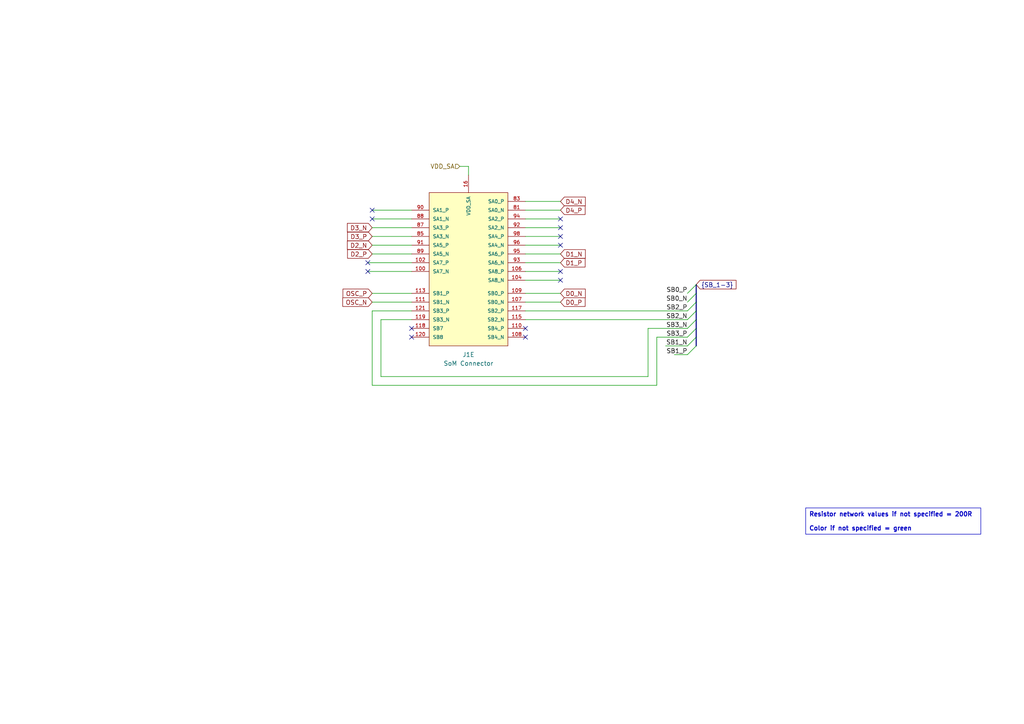
<source format=kicad_sch>
(kicad_sch (version 20250114) (generator "eeschema") (generator_version "9.0")
  (paper "A4")
  (title_block (title "SoM Programmer & Tester") (date "2024-12-20") (rev "0.1") (company "Technische Hochschule Köln") (comment 1 "Felix Sebastian Nitz"))
  (lib_symbols
    (symbol "ccsom_lib:SoM connector" (pin_names (offset 1.016))
      (property "Reference" "J" (at 11.176 23.368 0))
      (property "Value" "SoM Connector" (at 11.176 21.336 0))
      (symbol "SoM connector_1_0"
        (rectangle (start -11.43 17.78) (end 11.43 -7.62) (stroke (width 0.1524)) (fill (type background)))
        (pin passive line (at -16.51 13.97 0) (length 5.08) (name "JTAG_TCK") (number "21"))
        (pin passive line (at -16.51 11.43 0) (length 5.08) (name "JTAG_TMS") (number "23"))
        (pin passive line (at -16.51 8.89 0) (length 5.08) (name "JTAG_TDI") (number "25"))
        (pin passive line (at -16.51 6.35 0) (length 5.08) (name "JTAG_TDO") (number "27"))
        (pin passive line (at -16.51 2.54 0) (length 5.08) (name "MD3") (number "33"))
        (pin passive line (at -16.51 0 0) (length 5.08) (name "MD2") (number "35"))
        (pin passive line (at -16.51 -2.54 0) (length 5.08) (name "MD1") (number "37"))
        (pin passive line (at -16.51 -5.08 0) (length 5.08) (name "MD0") (number "39"))
        (pin power_in line (at 0 22.86 270) (length 5.08) (name "+5V") (number "1"))
        (pin power_in line (at 0 22.86 270) (length 5.08) (hide yes) (name "+5V") (number "4"))
        (pin passive line (at 0 -12.7 90) (length 5.08) (hide yes) (name "GND") (number "10"))
        (pin passive line (at 0 -12.7 90) (length 5.08) (hide yes) (name "GND") (number "101"))
        (pin passive line (at 0 -12.7 90) (length 5.08) (hide yes) (name "GND") (number "105"))
        (pin passive line (at 0 -12.7 90) (length 5.08) (hide yes) (name "GND") (number "11"))
        (pin passive line (at 0 -12.7 90) (length 5.08) (hide yes) (name "GND") (number "112"))
        (pin passive line (at 0 -12.7 90) (length 5.08) (hide yes) (name "GND") (number "116"))
        (pin passive line (at 0 -12.7 90) (length 5.08) (hide yes) (name "GND") (number "122"))
        (pin passive line (at 0 -12.7 90) (length 5.08) (hide yes) (name "GND") (number "14"))
        (pin passive line (at 0 -12.7 90) (length 5.08) (hide yes) (name "GND") (number "144"))
        (pin passive line (at 0 -12.7 90) (length 5.08) (hide yes) (name "GND") (number "15"))
        (pin passive line (at 0 -12.7 90) (length 5.08) (hide yes) (name "GND") (number "159"))
        (pin passive line (at 0 -12.7 90) (length 5.08) (hide yes) (name "GND") (number "162"))
        (pin passive line (at 0 -12.7 90) (length 5.08) (hide yes) (name "GND") (number "180"))
        (pin passive line (at 0 -12.7 90) (length 5.08) (hide yes) (name "GND") (number "181"))
        (pin passive line (at 0 -12.7 90) (length 5.08) (hide yes) (name "GND") (number "19"))
        (pin passive line (at 0 -12.7 90) (length 5.08) (hide yes) (name "GND") (number "199"))
        (pin passive line (at 0 -12.7 90) (length 5.08) (name "GND") (number "2"))
        (pin passive line (at 0 -12.7 90) (length 5.08) (hide yes) (name "GND") (number "20"))
        (pin passive line (at 0 -12.7 90) (length 5.08) (hide yes) (name "GND") (number "22"))
        (pin passive line (at 0 -12.7 90) (length 5.08) (hide yes) (name "GND") (number "28"))
        (pin passive line (at 0 -12.7 90) (length 5.08) (hide yes) (name "GND") (number "3"))
        (pin passive line (at 0 -12.7 90) (length 5.08) (hide yes) (name "GND") (number "34"))
        (pin passive line (at 0 -12.7 90) (length 5.08) (hide yes) (name "GND") (number "40"))
        (pin passive line (at 0 -12.7 90) (length 5.08) (hide yes) (name "GND") (number "46"))
        (pin passive line (at 0 -12.7 90) (length 5.08) (hide yes) (name "GND") (number "52"))
        (pin passive line (at 0 -12.7 90) (length 5.08) (hide yes) (name "GND") (number "54"))
        (pin passive line (at 0 -12.7 90) (length 5.08) (hide yes) (name "GND") (number "6"))
        (pin passive line (at 0 -12.7 90) (length 5.08) (hide yes) (name "GND") (number "7"))
        (pin passive line (at 0 -12.7 90) (length 5.08) (hide yes) (name "GND") (number "97"))
        (pin passive line (at 0 -12.7 90) (length 5.08) (hide yes) (name "SHIELD") (number "S1"))
        (pin passive line (at 0 -12.7 90) (length 5.08) (hide yes) (name "SHIELD__1") (number "S2"))
        (pin passive line (at 16.51 13.97 180) (length 5.08) (name "APP_Reset") (number "18"))
        (pin passive line (at 16.51 10.16 180) (length 5.08) (name "CFG_Failed") (number "31"))
        (pin passive line (at 16.51 7.62 180) (length 5.08) (name "CFG_Done") (number "29"))
        (pin passive line (at 16.51 3.81 180) (length 5.08) (name "CLK1") (number "114"))
        (pin passive line (at 16.51 1.27 180) (length 5.08) (name "CLK2") (number "103"))
        (pin passive line (at 16.51 -1.27 180) (length 5.08) (name "CLK3") (number "99"))
      )
      (symbol "SoM connector_2_0"
        (rectangle (start -8.89 19.05) (end 8.89 3.81) (stroke (width 0.1524)) (fill (type background)))
        (pin passive line (at -13.97 15.24 0) (length 5.08) (name "TX_P0") (number "32"))
        (pin passive line (at -13.97 12.7 0) (length 5.08) (name "TX_N0") (number "30"))
        (pin passive line (at -13.97 10.16 0) (length 5.08) (name "RX_P0") (number "26"))
        (pin passive line (at -13.97 7.62 0) (length 5.08) (name "RX_N0") (number "24"))
        (pin passive line (at -1.27 -1.27 90) (length 5.08) (name "CLK_N") (number "38"))
        (pin passive line (at 1.27 -1.27 90) (length 5.08) (name "CLK_P") (number "36"))
        (pin passive line (at 13.97 15.24 180) (length 5.08) (name "RX_P1") (number "44"))
        (pin passive line (at 13.97 12.7 180) (length 5.08) (name "RX_N1") (number "42"))
        (pin passive line (at 13.97 10.16 180) (length 5.08) (name "TX_N1") (number "48"))
        (pin passive line (at 13.97 7.62 180) (length 5.08) (name "TX_P1") (number "50"))
      )
      (symbol "SoM connector_3_0"
        (rectangle (start -11.43 17.78) (end 11.43 -36.83) (stroke (width 0.1524)) (fill (type background)))
        (pin passive line (at -16.51 12.7 0) (length 5.08) (name "NA1_P") (number "195"))
        (pin passive line (at -16.51 10.16 0) (length 5.08) (name "NA1_N") (number "197"))
        (pin passive line (at -16.51 7.62 0) (length 5.08) (name "NA3_P") (number "191"))
        (pin passive line (at -16.51 5.08 0) (length 5.08) (name "NA3_N") (number "193"))
        (pin passive line (at -16.51 2.54 0) (length 5.08) (name "NA5_P") (number "187"))
        (pin passive line (at -16.51 0 0) (length 5.08) (name "NA5_N") (number "189"))
        (pin passive line (at -16.51 -2.54 0) (length 5.08) (name "NA7_P") (number "183"))
        (pin passive line (at -16.51 -5.08 0) (length 5.08) (name "NA7_N") (number "185"))
        (pin passive line (at -16.51 -13.97 0) (length 5.08) (name "NB1_P") (number "178"))
        (pin passive line (at -16.51 -16.51 0) (length 5.08) (name "NB1_N") (number "176"))
        (pin passive line (at -16.51 -19.05 0) (length 5.08) (name "NB3_P") (number "174"))
        (pin passive line (at -16.51 -21.59 0) (length 5.08) (name "NB3_N") (number "172"))
        (pin passive line (at -16.51 -24.13 0) (length 5.08) (name "NB5_P") (number "168"))
        (pin passive line (at -16.51 -26.67 0) (length 5.08) (name "NB5_N") (number "170"))
        (pin passive line (at -16.51 -29.21 0) (length 5.08) (name "NB7_P") (number "163"))
        (pin passive line (at -16.51 -31.75 0) (length 5.08) (name "NB7_N") (number "161"))
        (pin power_in line (at -2.54 22.86 270) (length 5.08) (name "VDD_NA") (number "9"))
        (pin power_in line (at 2.54 22.86 270) (length 5.08) (name "VDD_NB") (number "5"))
        (pin passive line (at 16.51 15.24 180) (length 5.08) (name "NA0_P") (number "198"))
        (pin passive line (at 16.51 12.7 180) (length 5.08) (name "NA0_N") (number "200"))
        (pin passive line (at 16.51 10.16 180) (length 5.08) (name "NA2_P") (number "194"))
        (pin passive line (at 16.51 7.62 180) (length 5.08) (name "NA2_N") (number "196"))
        (pin passive line (at 16.51 5.08 180) (length 5.08) (name "NA4_P") (number "192"))
        (pin passive line (at 16.51 2.54 180) (length 5.08) (name "NA4_N") (number "190"))
        (pin passive line (at 16.51 0 180) (length 5.08) (name "NA6_P") (number "186"))
        (pin passive line (at 16.51 -2.54 180) (length 5.08) (name "NA6_N") (number "188"))
        (pin passive line (at 16.51 -5.08 180) (length 5.08) (name "NA8_P") (number "182"))
        (pin passive line (at 16.51 -7.62 180) (length 5.08) (name "NA8_N") (number "184"))
        (pin passive line (at 16.51 -11.43 180) (length 5.08) (name "NB0_P") (number "179"))
        (pin passive line (at 16.51 -13.97 180) (length 5.08) (name "NB0_N") (number "177"))
        (pin passive line (at 16.51 -16.51 180) (length 5.08) (name "NB2_P") (number "175"))
        (pin passive line (at 16.51 -19.05 180) (length 5.08) (name "NB2_N") (number "173"))
        (pin passive line (at 16.51 -21.59 180) (length 5.08) (name "NB4_P") (number "171"))
        (pin passive line (at 16.51 -24.13 180) (length 5.08) (name "NB4_N") (number "169"))
        (pin passive line (at 16.51 -26.67 180) (length 5.08) (name "NB6_P") (number "167"))
        (pin passive line (at 16.51 -29.21 180) (length 5.08) (name "NB6_N") (number "165"))
        (pin passive line (at 16.51 -31.75 180) (length 5.08) (name "NB8_P") (number "166"))
        (pin passive line (at 16.51 -34.29 180) (length 5.08) (name "NB8_N") (number "164"))
      )
      (symbol "SoM connector_4_0"
        (rectangle (start -11.43 17.78) (end 11.43 -36.83) (stroke (width 0.1524)) (fill (type background)))
        (pin passive line (at -16.51 12.7 0) (length 5.08) (name "EA1_P") (number "124"))
        (pin passive line (at -16.51 10.16 0) (length 5.08) (name "EA1_N") (number "126"))
        (pin passive line (at -16.51 7.62 0) (length 5.08) (name "EA3_P") (number "128"))
        (pin passive line (at -16.51 5.08 0) (length 5.08) (name "EA3_N") (number "130"))
        (pin passive line (at -16.51 2.54 0) (length 5.08) (name "EA5_P") (number "132"))
        (pin passive line (at -16.51 0 0) (length 5.08) (name "EA5_N") (number "134"))
        (pin passive line (at -16.51 -2.54 0) (length 5.08) (name "EA7_P") (number "135"))
        (pin passive line (at -16.51 -5.08 0) (length 5.08) (name "EA7_N") (number "137"))
        (pin passive line (at -16.51 -13.97 0) (length 5.08) (name "EB1_P") (number "146"))
        (pin passive line (at -16.51 -16.51 0) (length 5.08) (name "EB1_N") (number "148"))
        (pin passive line (at -16.51 -19.05 0) (length 5.08) (name "EB3_P") (number "150"))
        (pin passive line (at -16.51 -21.59 0) (length 5.08) (name "EB3_N") (number "152"))
        (pin passive line (at -16.51 -24.13 0) (length 5.08) (name "EB5_P") (number "151"))
        (pin passive line (at -16.51 -26.67 0) (length 5.08) (name "EB5_N") (number "153"))
        (pin passive line (at -16.51 -29.21 0) (length 5.08) (name "EB7_P") (number "160"))
        (pin passive line (at -16.51 -31.75 0) (length 5.08) (name "EB7_N") (number "158"))
        (pin power_in line (at -2.54 22.86 270) (length 5.08) (name "VDD_EA") (number "13"))
        (pin power_in line (at 2.54 22.86 270) (length 5.08) (name "VDD_EB") (number "17"))
        (pin passive line (at 16.51 15.24 180) (length 5.08) (name "EA0_P") (number "125"))
        (pin passive line (at 16.51 12.7 180) (length 5.08) (name "EA0_N") (number "123"))
        (pin passive line (at 16.51 10.16 180) (length 5.08) (name "EA2_P") (number "127"))
        (pin passive line (at 16.51 7.62 180) (length 5.08) (name "EA2_N") (number "129"))
        (pin passive line (at 16.51 5.08 180) (length 5.08) (name "EA4_P") (number "131"))
        (pin passive line (at 16.51 2.54 180) (length 5.08) (name "EA4_N") (number "133"))
        (pin passive line (at 16.51 0 180) (length 5.08) (name "EA6_P") (number "136"))
        (pin passive line (at 16.51 -2.54 180) (length 5.08) (name "EA6_N") (number "138"))
        (pin passive line (at 16.51 -5.08 180) (length 5.08) (name "EA8_P") (number "140"))
        (pin passive line (at 16.51 -7.62 180) (length 5.08) (name "EA8_N") (number "142"))
        (pin passive line (at 16.51 -11.43 180) (length 5.08) (name "EB0_P") (number "139"))
        (pin passive line (at 16.51 -13.97 180) (length 5.08) (name "EB0_N") (number "141"))
        (pin passive line (at 16.51 -16.51 180) (length 5.08) (name "EB2_P") (number "143"))
        (pin passive line (at 16.51 -19.05 180) (length 5.08) (name "EB2_N") (number "145"))
        (pin passive line (at 16.51 -21.59 180) (length 5.08) (name "EB4_P") (number "147"))
        (pin passive line (at 16.51 -24.13 180) (length 5.08) (name "EB4_N") (number "149"))
        (pin passive line (at 16.51 -26.67 180) (length 5.08) (name "EB6_P") (number "154"))
        (pin passive line (at 16.51 -29.21 180) (length 5.08) (name "EB6_N") (number "156"))
        (pin passive line (at 16.51 -31.75 180) (length 5.08) (name "EB8_P") (number "157"))
        (pin passive line (at 16.51 -34.29 180) (length 5.08) (name "EB8_N") (number "155"))
      )
      (symbol "SoM connector_5_0"
        (rectangle (start -11.43 17.78) (end 11.43 -26.67) (stroke (width 0.1524)) (fill (type background)))
        (pin passive line (at -16.51 12.7 0) (length 5.08) (name "SA1_P") (number "90"))
        (pin passive line (at -16.51 10.16 0) (length 5.08) (name "SA1_N") (number "88"))
        (pin passive line (at -16.51 7.62 0) (length 5.08) (name "SA3_P") (number "87"))
        (pin passive line (at -16.51 5.08 0) (length 5.08) (name "SA3_N") (number "85"))
        (pin passive line (at -16.51 2.54 0) (length 5.08) (name "SA5_P") (number "91"))
        (pin passive line (at -16.51 0 0) (length 5.08) (name "SA5_N") (number "89"))
        (pin passive line (at -16.51 -2.54 0) (length 5.08) (name "SA7_P") (number "102"))
        (pin passive line (at -16.51 -5.08 0) (length 5.08) (name "SA7_N") (number "100"))
        (pin passive line (at -16.51 -11.43 0) (length 5.08) (name "SB1_P") (number "113"))
        (pin passive line (at -16.51 -13.97 0) (length 5.08) (name "SB1_N") (number "111"))
        (pin passive line (at -16.51 -16.51 0) (length 5.08) (name "SB3_P") (number "121"))
        (pin passive line (at -16.51 -19.05 0) (length 5.08) (name "SB3_N") (number "119"))
        (pin passive line (at -16.51 -21.59 0) (length 5.08) (name "SB7") (number "118"))
        (pin passive line (at -16.51 -24.13 0) (length 5.08) (name "SB8") (number "120"))
        (pin power_in line (at 0 22.86 270) (length 5.08) (name "VDD_SA") (number "16"))
        (pin passive line (at 16.51 15.24 180) (length 5.08) (name "SA0_P") (number "83"))
        (pin passive line (at 16.51 12.7 180) (length 5.08) (name "SA0_N") (number "81"))
        (pin passive line (at 16.51 10.16 180) (length 5.08) (name "SA2_P") (number "94"))
        (pin passive line (at 16.51 7.62 180) (length 5.08) (name "SA2_N") (number "92"))
        (pin passive line (at 16.51 5.08 180) (length 5.08) (name "SA4_P") (number "98"))
        (pin passive line (at 16.51 2.54 180) (length 5.08) (name "SA4_N") (number "96"))
        (pin passive line (at 16.51 0 180) (length 5.08) (name "SA6_P") (number "95"))
        (pin passive line (at 16.51 -2.54 180) (length 5.08) (name "SA6_N") (number "93"))
        (pin passive line (at 16.51 -5.08 180) (length 5.08) (name "SA8_P") (number "106"))
        (pin passive line (at 16.51 -7.62 180) (length 5.08) (name "SA8_N") (number "104"))
        (pin passive line (at 16.51 -11.43 180) (length 5.08) (name "SB0_P") (number "109"))
        (pin passive line (at 16.51 -13.97 180) (length 5.08) (name "SB0_N") (number "107"))
        (pin passive line (at 16.51 -16.51 180) (length 5.08) (name "SB2_P") (number "117"))
        (pin passive line (at 16.51 -19.05 180) (length 5.08) (name "SB2_N") (number "115"))
        (pin passive line (at 16.51 -21.59 180) (length 5.08) (name "SB4_P") (number "110"))
        (pin passive line (at 16.51 -24.13 180) (length 5.08) (name "SB4_N") (number "108"))
      )
      (symbol "SoM connector_6_0"
        (rectangle (start -11.43 17.78) (end 11.43 -36.83) (stroke (width 0.1524)) (fill (type background)))
        (pin passive line (at -16.51 12.7 0) (length 5.08) (name "WC1_P") (number "63"))
        (pin passive line (at -16.51 10.16 0) (length 5.08) (name "WC1_N") (number "61"))
        (pin passive line (at -16.51 7.62 0) (length 5.08) (name "WC3_P") (number "59"))
        (pin passive line (at -16.51 5.08 0) (length 5.08) (name "WC3_N") (number "57"))
        (pin passive line (at -16.51 2.54 0) (length 5.08) (name "WC5_P") (number "55"))
        (pin passive line (at -16.51 0 0) (length 5.08) (name "WC5_N") (number "53"))
        (pin passive line (at -16.51 -2.54 0) (length 5.08) (name "WC7_P") (number "47"))
        (pin passive line (at -16.51 -5.08 0) (length 5.08) (name "WC7_N") (number "45"))
        (pin passive line (at -16.51 -13.97 0) (length 5.08) (name "WB1_P") (number "82"))
        (pin passive line (at -16.51 -16.51 0) (length 5.08) (name "WB1_N") (number "80"))
        (pin passive line (at -16.51 -19.05 0) (length 5.08) (name "WB3_P") (number "78"))
        (pin passive line (at -16.51 -21.59 0) (length 5.08) (name "WB3_N") (number "76"))
        (pin passive line (at -16.51 -24.13 0) (length 5.08) (name "WB5_P") (number "74"))
        (pin passive line (at -16.51 -26.67 0) (length 5.08) (name "WB5_N") (number "72"))
        (pin passive line (at -16.51 -29.21 0) (length 5.08) (name "WB7_P") (number "70"))
        (pin passive line (at -16.51 -31.75 0) (length 5.08) (name "WB7_N") (number "68"))
        (pin power_in line (at -2.54 22.86 270) (length 5.08) (name "VDD_WC") (number "8"))
        (pin power_in line (at 2.54 22.86 270) (length 5.08) (name "VDD_WB") (number "12"))
        (pin passive line (at 16.51 15.24 180) (length 5.08) (name "WC0_P") (number "66"))
        (pin passive line (at 16.51 12.7 180) (length 5.08) (name "WC0_N") (number "64"))
        (pin passive line (at 16.51 10.16 180) (length 5.08) (name "WC2_P") (number "62"))
        (pin passive line (at 16.51 7.62 180) (length 5.08) (name "WC2_N") (number "60"))
        (pin passive line (at 16.51 5.08 180) (length 5.08) (name "WC4_P") (number "58"))
        (pin passive line (at 16.51 2.54 180) (length 5.08) (name "WC4_N") (number "56"))
        (pin passive line (at 16.51 0 180) (length 5.08) (name "WC6_P") (number "51"))
        (pin passive line (at 16.51 -2.54 180) (length 5.08) (name "WC6_N") (number "49"))
        (pin passive line (at 16.51 -5.08 180) (length 5.08) (name "WC8_P") (number "43"))
        (pin passive line (at 16.51 -7.62 180) (length 5.08) (name "WC8_N") (number "41"))
        (pin passive line (at 16.51 -11.43 180) (length 5.08) (name "WB0_P") (number "86"))
        (pin passive line (at 16.51 -13.97 180) (length 5.08) (name "WB0_N") (number "84"))
        (pin passive line (at 16.51 -16.51 180) (length 5.08) (name "WB2_P") (number "79"))
        (pin passive line (at 16.51 -19.05 180) (length 5.08) (name "WB2_N") (number "77"))
        (pin passive line (at 16.51 -21.59 180) (length 5.08) (name "WB4_P") (number "75"))
        (pin passive line (at 16.51 -24.13 180) (length 5.08) (name "WB4_N") (number "73"))
        (pin passive line (at 16.51 -26.67 180) (length 5.08) (name "WB6_P") (number "71"))
        (pin passive line (at 16.51 -29.21 180) (length 5.08) (name "WB6_N") (number "69"))
        (pin passive line (at 16.51 -31.75 180) (length 5.08) (name "WB8_P") (number "67"))
        (pin passive line (at 16.51 -34.29 180) (length 5.08) (name "WB8_N") (number "65"))
      )
    )
  )
  (text_box "Resistor network values if not specified = 200R\n\nColor if not specified = green" (at 233.68 147.32 0) (size 50.8 7.62) (margins 0.9525 0.9525 0.9525 0.9525) (effects (font (size 1.27 1.27) (thickness 0.254) (bold yes)) (justify left)))
  (no_connect (at 162.56 63.5))
  (no_connect (at 152.4 95.25))
  (no_connect (at 162.56 66.04))
  (no_connect (at 119.38 95.25))
  (no_connect (at 106.68 78.74))
  (no_connect (at 162.56 71.12))
  (no_connect (at 107.95 63.5))
  (no_connect (at 107.95 60.96))
  (no_connect (at 162.56 78.74))
  (no_connect (at 106.68 76.2))
  (no_connect (at 162.56 68.58))
  (no_connect (at 119.38 97.79))
  (no_connect (at 162.56 81.28))
  (no_connect (at 152.4 97.79))
  (bus_entry (at 201.93 95.25) (size -2.54 2.54))
  (bus_entry (at 201.93 85.09) (size -2.54 2.54))
  (bus_entry (at 201.93 97.79) (size -2.54 2.54))
  (bus_entry (at 201.93 92.71) (size -2.54 2.54))
  (bus_entry (at 201.93 82.55) (size -2.54 2.54))
  (bus_entry (at 201.93 90.17) (size -2.54 2.54))
  (bus_entry (at 201.93 100.33) (size -2.54 2.54))
  (bus_entry (at 201.93 87.63) (size -2.54 2.54))
  (wire (pts (xy 107.95 68.58) (xy 119.38 68.58)))
  (wire (pts (xy 152.4 87.63) (xy 162.56 87.63)))
  (bus (pts (xy 201.93 82.55) (xy 201.93 85.09)))
  (wire (pts (xy 107.95 63.5) (xy 119.38 63.5)))
  (wire (pts (xy 152.4 90.17) (xy 199.39 90.17)))
  (wire (pts (xy 190.5 111.76) (xy 107.95 111.76)))
  (wire (pts (xy 110.49 109.22) (xy 110.49 92.71)))
  (bus (pts (xy 201.93 85.09) (xy 201.93 87.63)))
  (wire (pts (xy 107.95 90.17) (xy 119.38 90.17)))
  (wire (pts (xy 152.4 68.58) (xy 162.56 68.58)))
  (wire (pts (xy 199.39 100.33) (xy 193.04 100.33)))
  (wire (pts (xy 110.49 92.71) (xy 119.38 92.71)))
  (wire (pts (xy 107.95 71.12) (xy 119.38 71.12)))
  (wire (pts (xy 152.4 81.28) (xy 162.56 81.28)))
  (wire (pts (xy 190.5 97.79) (xy 190.5 111.76)))
  (wire (pts (xy 152.4 85.09) (xy 162.56 85.09)))
  (bus (pts (xy 201.93 87.63) (xy 201.93 90.17)))
  (wire (pts (xy 199.39 97.79) (xy 190.5 97.79)))
  (wire (pts (xy 199.39 102.87) (xy 195.58 102.87)))
  (bus (pts (xy 201.93 100.33) (xy 201.93 97.79)))
  (wire (pts (xy 152.4 71.12) (xy 162.56 71.12)))
  (wire (pts (xy 152.4 63.5) (xy 162.56 63.5)))
  (wire (pts (xy 152.4 76.2) (xy 162.56 76.2)))
  (bus (pts (xy 201.93 92.71) (xy 201.93 95.25)))
  (wire (pts (xy 106.68 76.2) (xy 119.38 76.2)))
  (wire (pts (xy 107.95 111.76) (xy 107.95 90.17)))
  (wire (pts (xy 187.96 109.22) (xy 110.49 109.22)))
  (wire (pts (xy 135.89 48.26) (xy 135.89 50.8)))
  (wire (pts (xy 107.95 87.63) (xy 119.38 87.63)))
  (wire (pts (xy 152.4 92.71) (xy 199.39 92.71)))
  (wire (pts (xy 152.4 73.66) (xy 162.56 73.66)))
  (wire (pts (xy 152.4 60.96) (xy 162.56 60.96)))
  (wire (pts (xy 152.4 78.74) (xy 162.56 78.74)))
  (wire (pts (xy 107.95 73.66) (xy 119.38 73.66)))
  (wire (pts (xy 152.4 58.42) (xy 162.56 58.42)))
  (wire (pts (xy 106.68 78.74) (xy 119.38 78.74)))
  (bus (pts (xy 201.93 95.25) (xy 201.93 97.79)))
  (wire (pts (xy 107.95 85.09) (xy 119.38 85.09)))
  (wire (pts (xy 107.95 66.04) (xy 119.38 66.04)))
  (wire (pts (xy 152.4 66.04) (xy 162.56 66.04)))
  (wire (pts (xy 133.35 48.26) (xy 135.89 48.26)))
  (wire (pts (xy 187.96 95.25) (xy 187.96 109.22)))
  (wire (pts (xy 199.39 95.25) (xy 187.96 95.25)))
  (wire (pts (xy 107.95 60.96) (xy 119.38 60.96)))
  (bus (pts (xy 201.93 90.17) (xy 201.93 92.71)))
  (label "SB0_P" (at 199.39 85.09 180))
  (label "SB0_N" (at 199.39 87.63 180))
  (label "SB1_P" (at 199.39 102.87 180))
  (label "SB3_N" (at 199.39 95.25 180))
  (label "SB1_N" (at 199.39 100.33 180))
  (label "SB2_N" (at 199.39 92.71 180))
  (label "SB3_P" (at 199.39 97.79 180))
  (label "SB2_P" (at 199.39 90.17 180))
  (global_label "D2_P" (shape input) (at 107.95 73.66 180) (property "Intersheetrefs" "${INTERSHEET_REFS}" (effects (hide yes))))
  (global_label "{SB_1-3}" (shape input) (at 201.93 82.55 0) (property "Intersheetrefs" "${INTERSHEET_REFS}" (effects (hide yes))))
  (global_label "D4_N" (shape input) (at 162.56 58.42 0) (property "Intersheetrefs" "${INTERSHEET_REFS}" (effects (hide yes))))
  (global_label "D1_N" (shape input) (at 162.56 73.66 0) (property "Intersheetrefs" "${INTERSHEET_REFS}" (effects (hide yes))))
  (global_label "D3_P" (shape input) (at 107.95 68.58 180) (property "Intersheetrefs" "${INTERSHEET_REFS}" (effects (hide yes))))
  (global_label "D0_P" (shape input) (at 162.56 87.63 0) (property "Intersheetrefs" "${INTERSHEET_REFS}" (effects (hide yes))))
  (global_label "OSC_P" (shape input) (at 107.95 85.09 180) (property "Intersheetrefs" "${INTERSHEET_REFS}" (effects (hide yes))))
  (global_label "D0_N" (shape input) (at 162.56 85.09 0) (property "Intersheetrefs" "${INTERSHEET_REFS}" (effects (hide yes))))
  (global_label "D3_N" (shape input) (at 107.95 66.04 180) (property "Intersheetrefs" "${INTERSHEET_REFS}" (effects (hide yes))))
  (global_label "D2_N" (shape input) (at 107.95 71.12 180) (property "Intersheetrefs" "${INTERSHEET_REFS}" (effects (hide yes))))
  (global_label "OSC_N" (shape input) (at 107.95 87.63 180) (property "Intersheetrefs" "${INTERSHEET_REFS}" (effects (hide yes))))
  (global_label "D4_P" (shape input) (at 162.56 60.96 0) (property "Intersheetrefs" "${INTERSHEET_REFS}" (effects (hide yes))))
  (global_label "D1_P" (shape input) (at 162.56 76.2 0) (property "Intersheetrefs" "${INTERSHEET_REFS}" (effects (hide yes))))
  (hierarchical_label "VDD_SA" (shape input) (at 133.35 48.26 180))
  (symbol (lib_id "ccsom_lib:SoM connector") (at 135.89 73.66 0) (unit 5)
    (property "Reference" "J1" (at 135.89 102.87 0))
    (property "Value" "SoM Connector" (at 135.89 105.41 0))
    (property "Footprint" "ccsom_Footprint_lib:SoM_Connector" (effects (hide yes)))
    (property "Description" "TE_1473005-1" (effects (hide yes)))
    (property "STANDARD" "Manufacturer Recommendations" (effects (hide yes)))
    (property "MAXIMUM_PACKAGE_HEIGHT" "5.9mm" (effects (hide yes)))
    (property "MANUFACTURER" "TE Connectivity" (effects (hide yes)))
    (property "Mouser Part Number" "571-1-1473005-1" (effects (hide yes)))
  )
)
</source>
